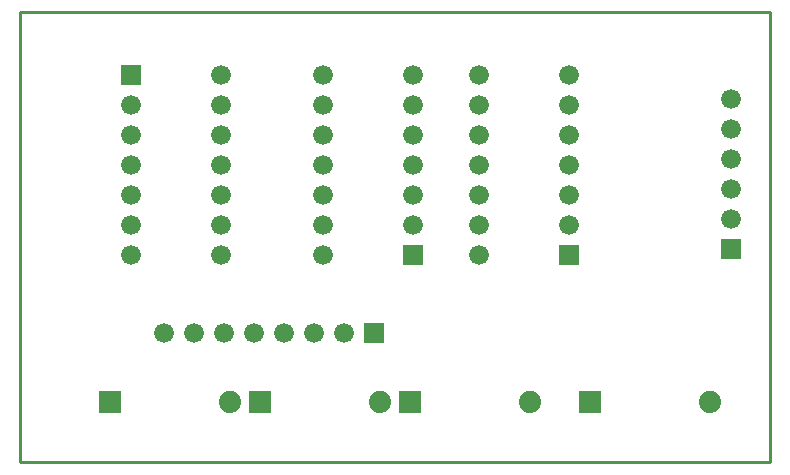
<source format=gts>
G04 start of page 11 for group -4063 idx -4063 *
G04 Title: (unknown), componentmask *
G04 Creator: pcb 4.2.2 *
G04 CreationDate: Sat Mar 22 22:15:11 2025 UTC *
G04 For: electronics *
G04 Format: Gerber/RS-274X *
G04 PCB-Dimensions (mil): 2500.00 1500.00 *
G04 PCB-Coordinate-Origin: lower left *
%MOIN*%
%FSLAX25Y25*%
%LNGTS*%
%ADD69C,0.0660*%
%ADD68C,0.0740*%
%ADD67C,0.0001*%
%ADD66C,0.0100*%
G54D66*X0Y150000D02*Y0D01*
Y150000D02*X250000D01*
X0Y0D02*X250000D01*
Y150000D02*Y0D01*
G54D67*G36*
X186300Y23700D02*Y16300D01*
X193700D01*
Y23700D01*
X186300D01*
G37*
G54D68*X230000Y20000D03*
X170000D03*
G54D67*G36*
X127700Y72300D02*Y65700D01*
X134300D01*
Y72300D01*
X127700D01*
G37*
G36*
X233700Y74300D02*Y67700D01*
X240300D01*
Y74300D01*
X233700D01*
G37*
G36*
X179700Y72300D02*Y65700D01*
X186300D01*
Y72300D01*
X179700D01*
G37*
G54D69*X153000Y69000D03*
G54D67*G36*
X126300Y23700D02*Y16300D01*
X133700D01*
Y23700D01*
X126300D01*
G37*
G36*
X76300D02*Y16300D01*
X83700D01*
Y23700D01*
X76300D01*
G37*
G54D68*X120000Y20000D03*
G54D67*G36*
X26300Y23700D02*Y16300D01*
X33700D01*
Y23700D01*
X26300D01*
G37*
G54D68*X70000Y20000D03*
G54D69*X131000Y79000D03*
X101000D03*
X237000Y81000D03*
X183000Y79000D03*
X153000D03*
X237000Y91000D03*
Y101000D03*
Y111000D03*
Y121000D03*
X183000Y89000D03*
Y99000D03*
Y109000D03*
Y119000D03*
Y129000D03*
X153000Y109000D03*
Y99000D03*
Y89000D03*
X131000D03*
X101000D03*
X67000Y79000D03*
Y89000D03*
Y99000D03*
Y109000D03*
X131000Y99000D03*
Y109000D03*
Y119000D03*
X101000Y129000D03*
Y119000D03*
Y109000D03*
Y99000D03*
X131000Y129000D03*
X153000D03*
Y119000D03*
G54D67*G36*
X33700Y132300D02*Y125700D01*
X40300D01*
Y132300D01*
X33700D01*
G37*
G54D69*X67000Y119000D03*
Y129000D03*
X37000Y119000D03*
Y109000D03*
Y99000D03*
Y89000D03*
Y79000D03*
G54D67*G36*
X114700Y46300D02*Y39700D01*
X121300D01*
Y46300D01*
X114700D01*
G37*
G54D69*X108000Y43000D03*
X98000D03*
X88000D03*
X78000D03*
X68000D03*
X58000D03*
X48000D03*
X101000Y69000D03*
X37000D03*
X67000D03*
M02*

</source>
